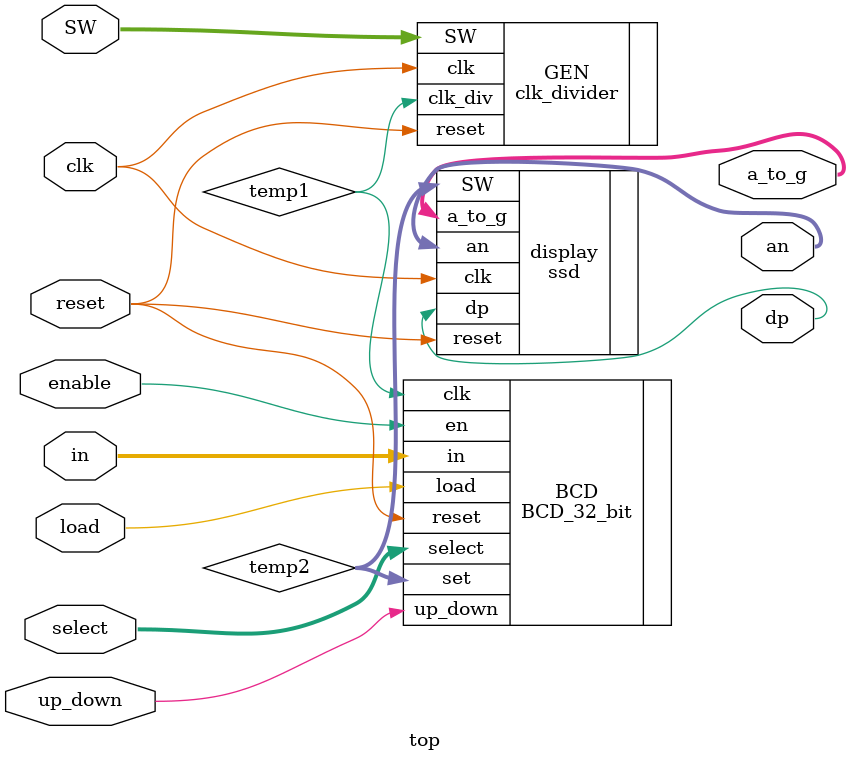
<source format=v>
`timescale 1ns / 1ps


module top(
    input clk,
    input reset,
    input [4:0] SW, 
    input enable, 
    input up_down,
    input load,
    input [3:0] in,
    input [2:0] select,
    output wire [6:0] a_to_g,
    output wire [7:0] an,
    output wire dp
);
          
wire temp1; 
clk_divider  GEN(
    .clk(clk),
    .reset(reset),
    .SW(SW), 
    .clk_div(temp1)
); 
          
wire [31:0] temp2;                 

BCD_32_bit  BCD(
    .clk(temp1),
    .reset(reset),
    .en(enable),
    .up_down(up_down),
    .load(load),
    .in(in),
    .select(select),
    .set(temp2)
);
                          
ssd display(
    .SW(temp2),
    .clk(clk),
    .reset(reset),
    .a_to_g(a_to_g),
    .an(an),
    .dp(dp)
);                 
          
endmodule
</source>
